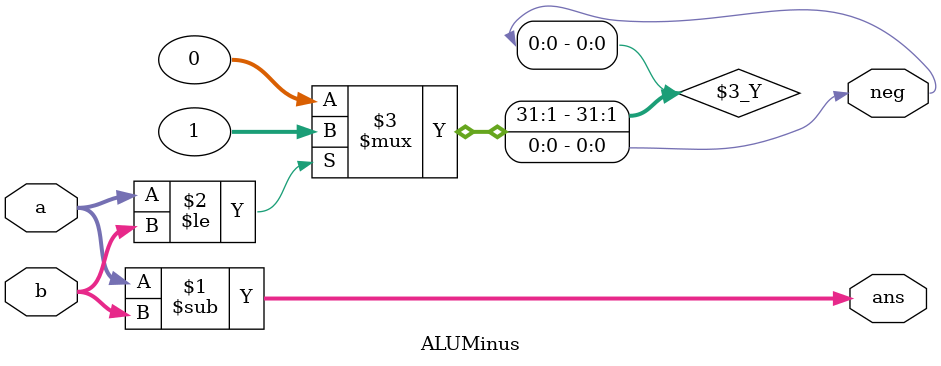
<source format=v>
module ALUMinus(a, b, neg, ans);
	parameter WIDTH = 4;
	input [WIDTH-1:0] a, b;
	output neg;
	output [WIDTH-1:0] ans;
	assign ans = a - b;
	assign neg = (a <= b) ? 1 : 0;
endmodule

</source>
